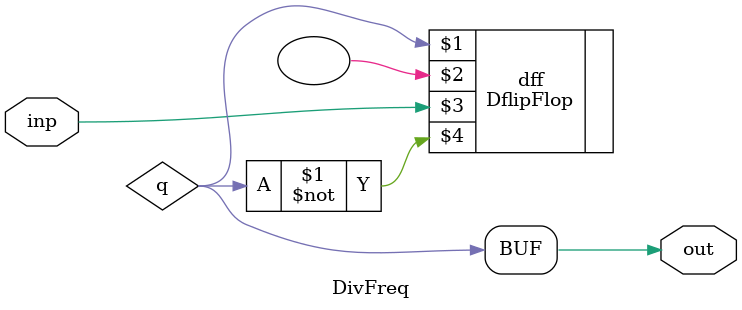
<source format=v>
module DivFreq(inp,out);
  output out;
  input inp;
  wire q, q_inv;
  DflipFlop dff(q, ,inp, ~q);
  assign out = q;
endmodule
</source>
